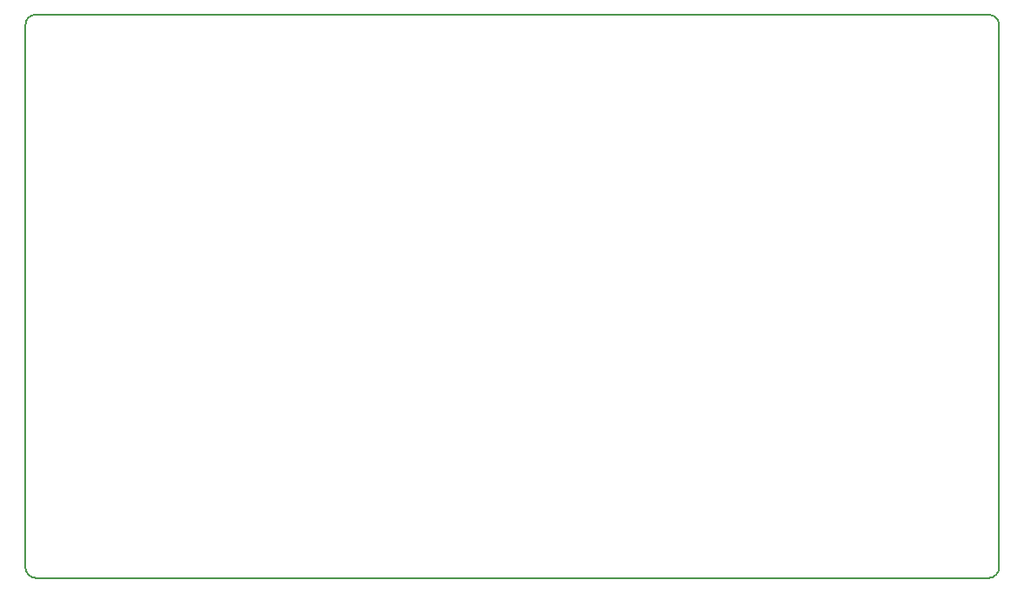
<source format=gbr>
G04 #@! TF.FileFunction,Other,User*
%FSLAX46Y46*%
G04 Gerber Fmt 4.6, Leading zero omitted, Abs format (unit mm)*
G04 Created by KiCad (PCBNEW 4.0.2-stable) date 24.04.2017 00:03:25*
%MOMM*%
G01*
G04 APERTURE LIST*
%ADD10C,0.100000*%
%ADD11C,0.200000*%
G04 APERTURE END LIST*
D10*
D11*
X234000000Y-110000000D02*
X141000000Y-110000000D01*
X234000000Y-110000000D02*
G75*
G03X235000000Y-109000000I0J1000000D01*
G01*
X140000000Y-109000000D02*
G75*
G03X141000000Y-110000000I1000000J0D01*
G01*
X140000000Y-56000000D02*
X140000000Y-109000000D01*
X235000000Y-56000000D02*
X235000000Y-109000000D01*
X235000000Y-56000000D02*
G75*
G03X234000000Y-55000000I-1000000J0D01*
G01*
X141000000Y-55000000D02*
G75*
G03X140000000Y-56000000I0J-1000000D01*
G01*
X141000000Y-55000000D02*
X234000000Y-55000000D01*
M02*

</source>
